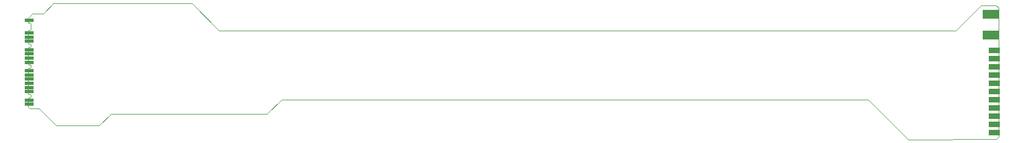
<source format=gbs>
G04 EAGLE Gerber X2 export*
%TF.Part,Single*%
%TF.FileFunction,Other,solder mask bottom*%
%TF.FilePolarity,Positive*%
%TF.GenerationSoftware,Autodesk,EAGLE,9.5.2*%
%TF.CreationDate,2020-03-15T17:58:39Z*%
G75*
%MOMM*%
%FSLAX34Y34*%
%LPD*%
%INsolder mask bottom*%
%AMOC8*
5,1,8,0,0,1.08239X$1,22.5*%
G01*
%ADD10C,0.000000*%
%ADD11R,1.451600X0.551600*%
%ADD12R,1.701600X0.901600*%
%ADD13R,2.641600X1.371600*%


D10*
X0Y-23000D02*
X3000Y-26000D01*
X17000Y-26000D01*
X39750Y136500D02*
X252500Y136500D01*
X39750Y136500D02*
X23750Y120500D01*
X7000Y120500D01*
X0Y113500D01*
X0Y107500D01*
X0Y94000D02*
X0Y75000D01*
X1000Y74000D01*
X4000Y74000D01*
X5000Y73000D01*
X5000Y70000D02*
X4000Y69000D01*
X1000Y69000D01*
X0Y68000D01*
X5000Y70000D02*
X5000Y73000D01*
X0Y68000D02*
X0Y42500D01*
X1000Y41500D01*
X4000Y41500D01*
X5000Y40500D01*
X5000Y37500D02*
X4000Y36500D01*
X1000Y36500D01*
X0Y35500D01*
X5000Y37500D02*
X5000Y40500D01*
X0Y-10000D02*
X0Y-23000D01*
X0Y-3000D02*
X0Y35500D01*
X0Y-3000D02*
X1000Y-4000D01*
X4000Y-4000D02*
X5000Y-5000D01*
X4000Y-4000D02*
X1000Y-4000D01*
X5000Y-5000D02*
X5000Y-8000D01*
X4000Y-9000D01*
X1000Y-9000D01*
X0Y-10000D01*
X1000Y106500D02*
X0Y107500D01*
X1000Y106500D02*
X4000Y106500D01*
X5000Y105500D01*
X5000Y96000D01*
X4000Y95000D01*
X1000Y95000D01*
X0Y94000D01*
X252500Y136500D02*
X294500Y94500D01*
X1427610Y94500D01*
X1466610Y133500D01*
X1490010Y133500D01*
X1494000Y129500D01*
X1494000Y-70000D01*
X1490500Y-73500D01*
X1355000Y-74000D01*
X1293500Y-12500D01*
X390500Y-12000D01*
X368000Y-34500D01*
X128000Y-34500D01*
X110000Y-52500D01*
X43500Y-52500D01*
X17000Y-26000D01*
D11*
X2000Y91000D03*
X2000Y84500D03*
X2000Y78000D03*
X2000Y65000D03*
X2000Y58500D03*
X2000Y52000D03*
X2000Y45500D03*
X2000Y32500D03*
X2000Y26000D03*
X2000Y19500D03*
X2000Y6500D03*
X2000Y0D03*
X2000Y-19500D03*
X2000Y110500D03*
D12*
X1487190Y38110D03*
X1487190Y-63490D03*
X1487190Y-50790D03*
X1487190Y-38090D03*
X1487190Y-25390D03*
X1487190Y-12690D03*
X1487190Y10D03*
X1487190Y12710D03*
X1487190Y25410D03*
D13*
X1482110Y87640D03*
X1482110Y119390D03*
D12*
X1487190Y50810D03*
X1487190Y63510D03*
D11*
X2000Y-13000D03*
X2000Y13000D03*
M02*

</source>
